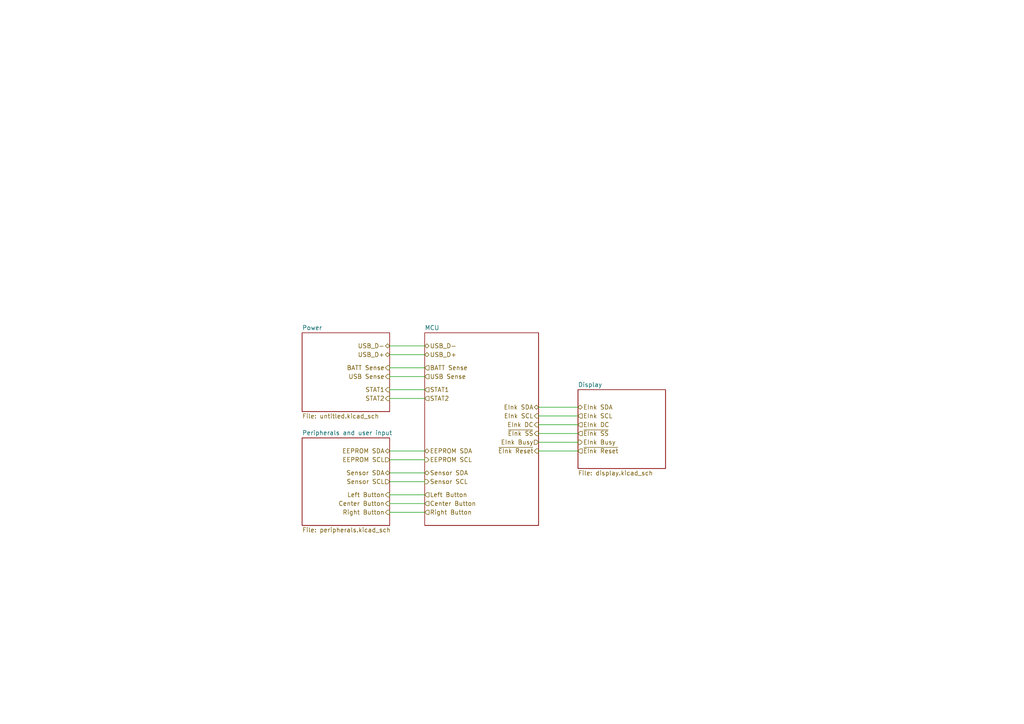
<source format=kicad_sch>
(kicad_sch
	(version 20250114)
	(generator "eeschema")
	(generator_version "9.0")
	(uuid "b6d2ddf1-6792-45dd-afc9-29fd74d587ec")
	(paper "A4")
	(title_block
		(title "Tiny Ambient Tracker")
		(rev "v1.0")
	)
	(lib_symbols)
	(wire
		(pts
			(xy 113.03 137.16) (xy 123.19 137.16)
		)
		(stroke
			(width 0)
			(type default)
		)
		(uuid "243bdc80-405c-486c-a2e5-0c12f8536d3a")
	)
	(wire
		(pts
			(xy 156.21 123.19) (xy 167.64 123.19)
		)
		(stroke
			(width 0)
			(type default)
		)
		(uuid "36334290-3d3d-4a9a-b043-f9a6f18b4436")
	)
	(wire
		(pts
			(xy 156.21 130.81) (xy 167.64 130.81)
		)
		(stroke
			(width 0)
			(type default)
		)
		(uuid "37677a97-d021-4af4-9571-e5ce0e7e00fc")
	)
	(wire
		(pts
			(xy 113.03 113.03) (xy 123.19 113.03)
		)
		(stroke
			(width 0)
			(type default)
		)
		(uuid "589cd4b7-1717-4245-be28-019cdc931b48")
	)
	(wire
		(pts
			(xy 113.03 143.51) (xy 123.19 143.51)
		)
		(stroke
			(width 0)
			(type default)
		)
		(uuid "59ef3f61-0356-4f61-80f6-e600cfa4ef08")
	)
	(wire
		(pts
			(xy 156.21 128.27) (xy 167.64 128.27)
		)
		(stroke
			(width 0)
			(type default)
		)
		(uuid "61ce09e1-d634-4332-ad4d-4ea12e8fc73d")
	)
	(wire
		(pts
			(xy 113.03 102.87) (xy 123.19 102.87)
		)
		(stroke
			(width 0)
			(type default)
		)
		(uuid "780cead8-be0a-4382-ab90-676837d175b2")
	)
	(wire
		(pts
			(xy 113.03 130.81) (xy 123.19 130.81)
		)
		(stroke
			(width 0)
			(type default)
		)
		(uuid "7853d4d2-17b8-4182-a34e-4020f0221435")
	)
	(wire
		(pts
			(xy 113.03 146.05) (xy 123.19 146.05)
		)
		(stroke
			(width 0)
			(type default)
		)
		(uuid "91f5342e-d18d-4659-9499-bbfb72d5c6ee")
	)
	(wire
		(pts
			(xy 113.03 148.59) (xy 123.19 148.59)
		)
		(stroke
			(width 0)
			(type default)
		)
		(uuid "97450ce7-f62a-4db5-a0ac-7f73b05c1584")
	)
	(wire
		(pts
			(xy 156.21 125.73) (xy 167.64 125.73)
		)
		(stroke
			(width 0)
			(type default)
		)
		(uuid "9dce9bd7-e522-4392-98d9-bc23debd1479")
	)
	(wire
		(pts
			(xy 113.03 106.68) (xy 123.19 106.68)
		)
		(stroke
			(width 0)
			(type default)
		)
		(uuid "a2ac192e-0e34-4b6e-9472-108b7d366dbb")
	)
	(wire
		(pts
			(xy 156.21 120.65) (xy 167.64 120.65)
		)
		(stroke
			(width 0)
			(type default)
		)
		(uuid "af2632ea-55e1-45f3-a204-44f9e0644058")
	)
	(wire
		(pts
			(xy 113.03 109.22) (xy 123.19 109.22)
		)
		(stroke
			(width 0)
			(type default)
		)
		(uuid "bfe9be61-a7f9-484a-b883-141e64bb9061")
	)
	(wire
		(pts
			(xy 156.21 118.11) (xy 167.64 118.11)
		)
		(stroke
			(width 0)
			(type default)
		)
		(uuid "c33f0b55-0d1e-4114-84fe-66dbb21a6ae1")
	)
	(wire
		(pts
			(xy 113.03 139.7) (xy 123.19 139.7)
		)
		(stroke
			(width 0)
			(type default)
		)
		(uuid "d7446beb-6ea7-41ab-a110-5b79abe9dd06")
	)
	(wire
		(pts
			(xy 113.03 115.57) (xy 123.19 115.57)
		)
		(stroke
			(width 0)
			(type default)
		)
		(uuid "da609179-8a33-44f8-99f4-e258da88e906")
	)
	(wire
		(pts
			(xy 113.03 100.33) (xy 123.19 100.33)
		)
		(stroke
			(width 0)
			(type default)
		)
		(uuid "dc468e94-a88c-4214-ae31-6d1d84e09d1f")
	)
	(wire
		(pts
			(xy 113.03 133.35) (xy 123.19 133.35)
		)
		(stroke
			(width 0)
			(type default)
		)
		(uuid "f3cd546b-99a5-498a-922a-67e5680ddae5")
	)
	(hierarchical_label "~{EInk Reset}"
		(shape input)
		(at 167.64 130.81 0)
		(effects
			(font
				(size 1.27 1.27)
			)
			(justify left)
		)
		(uuid "0f059349-02d4-4003-92db-84cd323e8252")
	)
	(hierarchical_label "Sensor SCL"
		(shape output)
		(at 123.19 139.7 0)
		(effects
			(font
				(size 1.27 1.27)
			)
			(justify left)
		)
		(uuid "1760f404-41cd-49fc-ad0c-81496d3a8a61")
	)
	(hierarchical_label "EInk Busy"
		(shape input)
		(at 156.21 128.27 180)
		(effects
			(font
				(size 1.27 1.27)
			)
			(justify right)
		)
		(uuid "1da2bfa5-0922-49cf-abfb-0cb936cdaacf")
	)
	(hierarchical_label "~{EInk SS}"
		(shape output)
		(at 156.21 125.73 180)
		(effects
			(font
				(size 1.27 1.27)
			)
			(justify right)
		)
		(uuid "1e1115b6-a107-4a77-b0c3-679a3a0a5ee4")
	)
	(hierarchical_label "STAT2"
		(shape output)
		(at 113.03 115.57 180)
		(effects
			(font
				(size 1.27 1.27)
			)
			(justify right)
		)
		(uuid "217ae1f4-6729-43ce-877f-02d5fcee21c3")
	)
	(hierarchical_label "EInk SCL"
		(shape output)
		(at 156.21 120.65 180)
		(effects
			(font
				(size 1.27 1.27)
			)
			(justify right)
		)
		(uuid "2b8b1511-46da-46f7-af79-66df8374ff82")
	)
	(hierarchical_label "EEPROM SCL"
		(shape input)
		(at 113.03 133.35 180)
		(effects
			(font
				(size 1.27 1.27)
			)
			(justify right)
		)
		(uuid "3958fd3b-414f-4a30-8b32-133a80368f37")
	)
	(hierarchical_label "Left Button"
		(shape output)
		(at 113.03 143.51 180)
		(effects
			(font
				(size 1.27 1.27)
			)
			(justify right)
		)
		(uuid "395db4e1-7e23-48a7-888d-125f2c366940")
	)
	(hierarchical_label "USB_D-"
		(shape bidirectional)
		(at 123.19 100.33 0)
		(effects
			(font
				(size 1.27 1.27)
			)
			(justify left)
		)
		(uuid "5288cda7-80c2-4c97-8a1d-58d13d34daf3")
	)
	(hierarchical_label "~{EInk Reset}"
		(shape output)
		(at 156.21 130.81 180)
		(effects
			(font
				(size 1.27 1.27)
			)
			(justify right)
		)
		(uuid "6251c77b-a15e-4a9c-a1ab-fd6692361568")
	)
	(hierarchical_label "STAT1"
		(shape output)
		(at 113.03 113.03 180)
		(effects
			(font
				(size 1.27 1.27)
			)
			(justify right)
		)
		(uuid "70e4e3eb-c393-4b68-8404-13293a843e42")
	)
	(hierarchical_label "EInk SCL"
		(shape input)
		(at 167.64 120.65 0)
		(effects
			(font
				(size 1.27 1.27)
			)
			(justify left)
		)
		(uuid "72fdafd2-ceb5-4c98-ae6d-9d4cd583f140")
	)
	(hierarchical_label "Center Button"
		(shape input)
		(at 123.19 146.05 0)
		(effects
			(font
				(size 1.27 1.27)
			)
			(justify left)
		)
		(uuid "73b13450-961d-44f2-a3ce-b96bbbc64151")
	)
	(hierarchical_label "USB_D+"
		(shape bidirectional)
		(at 123.19 102.87 0)
		(effects
			(font
				(size 1.27 1.27)
			)
			(justify left)
		)
		(uuid "740f7f9a-0d98-47fe-a3ea-d229461d16c5")
	)
	(hierarchical_label "Sensor SCL"
		(shape input)
		(at 113.03 139.7 180)
		(effects
			(font
				(size 1.27 1.27)
			)
			(justify right)
		)
		(uuid "752258cb-c257-4428-8566-d4d95745d7e0")
	)
	(hierarchical_label "EEPROM SCL"
		(shape output)
		(at 123.19 133.35 0)
		(effects
			(font
				(size 1.27 1.27)
			)
			(justify left)
		)
		(uuid "7910c016-ed07-45fe-ac7d-976cad6771fd")
	)
	(hierarchical_label "BATT Sense"
		(shape input)
		(at 123.19 106.68 0)
		(effects
			(font
				(size 1.27 1.27)
			)
			(justify left)
		)
		(uuid "792956bd-7a60-4d16-934e-97bf0d98b882")
	)
	(hierarchical_label "EEPROM SDA"
		(shape bidirectional)
		(at 123.19 130.81 0)
		(effects
			(font
				(size 1.27 1.27)
			)
			(justify left)
		)
		(uuid "828a6560-c67e-4131-9ce5-4a4e8296da15")
	)
	(hierarchical_label "BATT Sense"
		(shape output)
		(at 113.03 106.68 180)
		(effects
			(font
				(size 1.27 1.27)
				(thickness 0.1588)
			)
			(justify right)
		)
		(uuid "862d582d-7be6-477e-bd32-46ff0b5d5718")
	)
	(hierarchical_label "USB_D+"
		(shape bidirectional)
		(at 113.03 102.87 180)
		(effects
			(font
				(size 1.27 1.27)
			)
			(justify right)
		)
		(uuid "8a9f34ce-e404-4f47-8486-f66aea9bb24d")
	)
	(hierarchical_label "EInk DC"
		(shape output)
		(at 156.21 123.19 180)
		(effects
			(font
				(size 1.27 1.27)
			)
			(justify right)
		)
		(uuid "925bf361-7654-4369-a731-0bf809483d0c")
	)
	(hierarchical_label "STAT1"
		(shape input)
		(at 123.19 113.03 0)
		(effects
			(font
				(size 1.27 1.27)
			)
			(justify left)
		)
		(uuid "9fc9e3ba-3bda-44e2-9baf-9d3878c4d795")
	)
	(hierarchical_label "EInk DC"
		(shape input)
		(at 167.64 123.19 0)
		(effects
			(font
				(size 1.27 1.27)
			)
			(justify left)
		)
		(uuid "a1f59079-68b6-4fba-90d0-7de7db2afe60")
	)
	(hierarchical_label "Right Button"
		(shape input)
		(at 123.19 148.59 0)
		(effects
			(font
				(size 1.27 1.27)
			)
			(justify left)
		)
		(uuid "a6a184d9-6569-4492-9bae-fc0c9dbb2b3d")
	)
	(hierarchical_label "~{EInk SS}"
		(shape input)
		(at 167.64 125.73 0)
		(effects
			(font
				(size 1.27 1.27)
			)
			(justify left)
		)
		(uuid "ae65ed38-f624-40f4-89e0-0e992ba01726")
	)
	(hierarchical_label "Sensor SDA"
		(shape bidirectional)
		(at 123.19 137.16 0)
		(effects
			(font
				(size 1.27 1.27)
			)
			(justify left)
		)
		(uuid "b13b8be2-6b0d-4dbe-b83c-b4dee5e368de")
	)
	(hierarchical_label "STAT2"
		(shape input)
		(at 123.19 115.57 0)
		(effects
			(font
				(size 1.27 1.27)
			)
			(justify left)
		)
		(uuid "b5ad8e5a-4d97-4ea2-8afc-b1b532bbc9f4")
	)
	(hierarchical_label "EEPROM SDA"
		(shape bidirectional)
		(at 113.03 130.81 180)
		(effects
			(font
				(size 1.27 1.27)
			)
			(justify right)
		)
		(uuid "b62b17f9-88c2-4b84-8830-52f2a84125cf")
	)
	(hierarchical_label "Left Button"
		(shape input)
		(at 123.19 143.51 0)
		(effects
			(font
				(size 1.27 1.27)
			)
			(justify left)
		)
		(uuid "b9e15310-359c-4c72-ab8c-d735cc3b4c57")
	)
	(hierarchical_label "USB_D-"
		(shape bidirectional)
		(at 113.03 100.33 180)
		(effects
			(font
				(size 1.27 1.27)
			)
			(justify right)
		)
		(uuid "bca98630-a8fc-49ef-bd0a-bcc4c3f71324")
	)
	(hierarchical_label "USB Sense"
		(shape output)
		(at 113.03 109.22 180)
		(effects
			(font
				(size 1.27 1.27)
			)
			(justify right)
		)
		(uuid "bcc92aee-508e-42bb-acf7-6a15f837bf3f")
	)
	(hierarchical_label "EInk SDA"
		(shape bidirectional)
		(at 156.21 118.11 180)
		(effects
			(font
				(size 1.27 1.27)
			)
			(justify right)
		)
		(uuid "c4a669ff-e8f1-422a-a394-c67f0a29f07c")
	)
	(hierarchical_label "Right Button"
		(shape output)
		(at 113.03 148.59 180)
		(effects
			(font
				(size 1.27 1.27)
			)
			(justify right)
		)
		(uuid "d5b1ca4e-9d5d-44db-9427-fdd1d3e3a694")
	)
	(hierarchical_label "Sensor SDA"
		(shape bidirectional)
		(at 113.03 137.16 180)
		(effects
			(font
				(size 1.27 1.27)
			)
			(justify right)
		)
		(uuid "dd683ebd-ed43-493e-b30b-87ff4850b416")
	)
	(hierarchical_label "EInk SDA"
		(shape bidirectional)
		(at 167.64 118.11 0)
		(effects
			(font
				(size 1.27 1.27)
			)
			(justify left)
		)
		(uuid "e31c9ec3-6e93-4515-a7cb-2ef3cb6ab718")
	)
	(hierarchical_label "EInk Busy"
		(shape output)
		(at 167.64 128.27 0)
		(effects
			(font
				(size 1.27 1.27)
			)
			(justify left)
		)
		(uuid "e334d5fc-2fdb-48db-a45e-269c96f34aee")
	)
	(hierarchical_label "Center Button"
		(shape output)
		(at 113.03 146.05 180)
		(effects
			(font
				(size 1.27 1.27)
			)
			(justify right)
		)
		(uuid "ef01c9d6-eabf-4b15-af19-642d0f4a58c3")
	)
	(hierarchical_label "USB Sense"
		(shape input)
		(at 123.19 109.22 0)
		(effects
			(font
				(size 1.27 1.27)
			)
			(justify left)
		)
		(uuid "f16bd530-03c2-41ea-9003-d07c25e5de2a")
	)
	(sheet
		(at 167.64 113.03)
		(size 25.4 22.86)
		(exclude_from_sim no)
		(in_bom yes)
		(on_board yes)
		(dnp no)
		(fields_autoplaced yes)
		(stroke
			(width 0.1524)
			(type solid)
		)
		(fill
			(color 0 0 0 0.0000)
		)
		(uuid "3e709284-5543-4534-bf58-110f53ad5a3b")
		(property "Sheetname" "Display"
			(at 167.64 112.3184 0)
			(effects
				(font
					(size 1.27 1.27)
				)
				(justify left bottom)
			)
		)
		(property "Sheetfile" "display.kicad_sch"
			(at 167.64 136.4746 0)
			(effects
				(font
					(size 1.27 1.27)
				)
				(justify left top)
			)
		)
		(instances
			(project "tat_v1"
				(path "/b6d2ddf1-6792-45dd-afc9-29fd74d587ec"
					(page "5")
				)
			)
		)
	)
	(sheet
		(at 87.63 96.52)
		(size 25.4 22.86)
		(exclude_from_sim no)
		(in_bom yes)
		(on_board yes)
		(dnp no)
		(fields_autoplaced yes)
		(stroke
			(width 0.1524)
			(type solid)
		)
		(fill
			(color 0 0 0 0.0000)
		)
		(uuid "5056535a-bc75-42d4-a05e-c6bbb85e2678")
		(property "Sheetname" "Power"
			(at 87.63 95.8084 0)
			(effects
				(font
					(size 1.27 1.27)
				)
				(justify left bottom)
			)
		)
		(property "Sheetfile" "untitled.kicad_sch"
			(at 87.63 119.9646 0)
			(effects
				(font
					(size 1.27 1.27)
				)
				(justify left top)
			)
		)
		(instances
			(project "tat_v1"
				(path "/b6d2ddf1-6792-45dd-afc9-29fd74d587ec"
					(page "2")
				)
			)
		)
	)
	(sheet
		(at 123.19 96.52)
		(size 33.02 55.88)
		(exclude_from_sim no)
		(in_bom yes)
		(on_board yes)
		(dnp no)
		(fields_autoplaced yes)
		(stroke
			(width 0.1524)
			(type solid)
		)
		(fill
			(color 0 0 0 0.0000)
		)
		(uuid "61278459-0872-433c-8091-dd4d841ee895")
		(property "Sheetname" "MCU"
			(at 123.19 95.8084 0)
			(effects
				(font
					(size 1.27 1.27)
				)
				(justify left bottom)
			)
		)
		(property "Sheetfile" "MCU.kicad_sch"
			(at 123.19 152.9846 0)
			(effects
				(font
					(size 1.27 1.27)
				)
				(justify left top)
				(hide yes)
			)
		)
		(instances
			(project "tat_v1"
				(path "/b6d2ddf1-6792-45dd-afc9-29fd74d587ec"
					(page "3")
				)
			)
		)
	)
	(sheet
		(at 87.63 127)
		(size 25.4 25.4)
		(exclude_from_sim no)
		(in_bom yes)
		(on_board yes)
		(dnp no)
		(fields_autoplaced yes)
		(stroke
			(width 0.1524)
			(type solid)
		)
		(fill
			(color 0 0 0 0.0000)
		)
		(uuid "c7fedf3e-0076-4d27-8f18-2fdc24044d55")
		(property "Sheetname" "Peripherals and user input"
			(at 87.63 126.2884 0)
			(effects
				(font
					(size 1.27 1.27)
				)
				(justify left bottom)
			)
		)
		(property "Sheetfile" "peripherals.kicad_sch"
			(at 87.63 152.9846 0)
			(effects
				(font
					(size 1.27 1.27)
				)
				(justify left top)
			)
		)
		(instances
			(project "tat_v1"
				(path "/b6d2ddf1-6792-45dd-afc9-29fd74d587ec"
					(page "4")
				)
			)
		)
	)
	(sheet_instances
		(path "/"
			(page "1")
		)
	)
	(embedded_fonts no)
)

</source>
